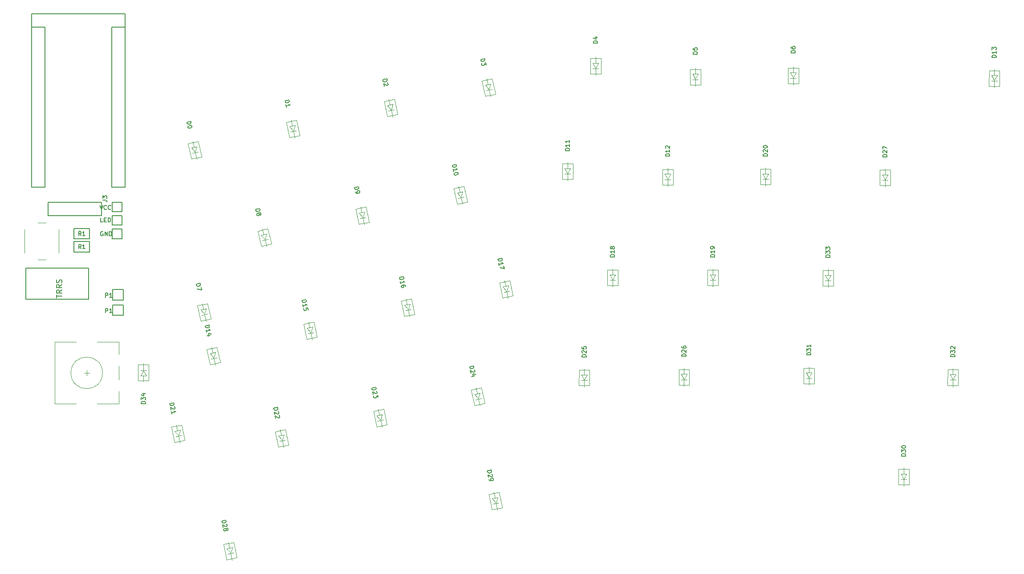
<source format=gto>
G04 #@! TF.GenerationSoftware,KiCad,Pcbnew,(5.1.6)-1*
G04 #@! TF.CreationDate,2020-08-09T18:55:19-07:00*
G04 #@! TF.ProjectId,Alipt-Keyboard-Right,416c6970-742d-44b6-9579-626f6172642d,rev?*
G04 #@! TF.SameCoordinates,Original*
G04 #@! TF.FileFunction,Legend,Top*
G04 #@! TF.FilePolarity,Positive*
%FSLAX46Y46*%
G04 Gerber Fmt 4.6, Leading zero omitted, Abs format (unit mm)*
G04 Created by KiCad (PCBNEW (5.1.6)-1) date 2020-08-09 18:55:19*
%MOMM*%
%LPD*%
G01*
G04 APERTURE LIST*
%ADD10C,0.120000*%
%ADD11C,0.150000*%
G04 APERTURE END LIST*
D10*
X53927000Y-85261500D02*
X52427000Y-85261500D01*
X49927000Y-86511500D02*
X49927000Y-91011500D01*
X52427000Y-92261500D02*
X53927000Y-92261500D01*
X56427000Y-91011500D02*
X56427000Y-86511500D01*
D11*
X66600501Y-86472501D02*
X66600501Y-88272501D01*
X68400501Y-88272501D02*
X66600501Y-88272501D01*
X68400501Y-86472501D02*
X68400501Y-88272501D01*
X66600501Y-83872501D02*
X66600501Y-85672501D01*
X68400501Y-83872501D02*
X68400501Y-85672501D01*
X68400501Y-85672501D02*
X66600501Y-85672501D01*
X66600501Y-83872501D02*
X68400501Y-83872501D01*
X66600501Y-83172501D02*
X66600501Y-81372501D01*
X68400501Y-83172501D02*
X66600501Y-83172501D01*
X68400501Y-81372501D02*
X68400501Y-83172501D01*
X66600501Y-81372501D02*
X68400501Y-81372501D01*
X66600501Y-86472501D02*
X68400501Y-86472501D01*
X62269501Y-88852502D02*
X59269501Y-88852502D01*
X59269501Y-88852502D02*
X59269501Y-90852502D01*
X59269501Y-90852502D02*
X62269501Y-90852502D01*
X62269501Y-90852502D02*
X62269501Y-88852502D01*
X59268364Y-88354517D02*
X62270644Y-88354517D01*
X59268364Y-86352997D02*
X59268364Y-88354517D01*
X62270644Y-86352997D02*
X59268364Y-86352997D01*
X62270644Y-88354517D02*
X62270644Y-86352997D01*
X64545910Y-81343501D02*
X54385910Y-81343501D01*
X64545910Y-83883501D02*
X54385910Y-83883501D01*
X54385910Y-83883501D02*
X54385910Y-81343501D01*
X64545910Y-81343501D02*
X64545910Y-83883501D01*
X50101500Y-93865500D02*
X50101500Y-99865500D01*
X50101500Y-99865500D02*
X62101500Y-99865500D01*
X62101500Y-99865500D02*
X62101500Y-93865500D01*
X62101500Y-93865500D02*
X50101500Y-93865500D01*
X68691003Y-100917500D02*
X66691003Y-100917500D01*
X66691003Y-100917500D02*
X66691003Y-102917500D01*
X66691003Y-102917500D02*
X68691003Y-102917500D01*
X68691003Y-102917500D02*
X68691003Y-100917500D01*
X68691001Y-99996492D02*
X68691001Y-97996492D01*
X66691001Y-99996492D02*
X68691001Y-99996492D01*
X66691001Y-97996492D02*
X66691001Y-99996492D01*
X68691001Y-97996492D02*
X66691001Y-97996492D01*
X69005318Y-78511505D02*
X69005318Y-48031505D01*
X66465318Y-78511505D02*
X69005318Y-78511505D01*
X66465318Y-48031505D02*
X66465318Y-78511505D01*
X69005318Y-48031505D02*
X66465318Y-48031505D01*
X53765318Y-78511505D02*
X53765318Y-48031505D01*
X51225318Y-78511505D02*
X53765318Y-78511505D01*
X51225318Y-48031505D02*
X51225318Y-78511505D01*
X53765318Y-48031505D02*
X51225318Y-48031505D01*
X69005318Y-78511505D02*
X69005318Y-45491505D01*
X51225318Y-45491505D02*
X51225318Y-78511505D01*
X69005318Y-45491505D02*
X51225318Y-45491505D01*
D10*
X61221999Y-113855499D02*
X62221999Y-113855499D01*
X61721999Y-114355499D02*
X61721999Y-113355499D01*
X64721999Y-113855499D02*
G75*
G03*
X64721999Y-113855499I-3000000J0D01*
G01*
X63721999Y-119755499D02*
X67821999Y-119755499D01*
X67821999Y-119755499D02*
X67821999Y-117355499D01*
X67821999Y-115155499D02*
X67821999Y-112555499D01*
X67821999Y-110355499D02*
X67821999Y-107955499D01*
X67821999Y-107955499D02*
X63721999Y-107955499D01*
X59721999Y-107955499D02*
X55621999Y-107955499D01*
X55621999Y-119755499D02*
X55621999Y-107955499D01*
X59721999Y-119755499D02*
X55621999Y-119755499D01*
X83549634Y-72687223D02*
X82932137Y-69782125D01*
X81595418Y-73112828D02*
X80983544Y-70186087D01*
X82930057Y-69772343D02*
X80983544Y-70186087D01*
X81898467Y-69776923D02*
X82131328Y-70872448D01*
X82617841Y-73161314D02*
X82351714Y-71909285D01*
X83551713Y-72697004D02*
X81595418Y-73112828D01*
X82328844Y-71801688D02*
X81603128Y-70984721D01*
X82336546Y-71789828D02*
X82665765Y-70789520D01*
X82659528Y-70760176D02*
X81603128Y-70984721D01*
X82877835Y-71787231D02*
X81821436Y-72011775D01*
X101546835Y-67723231D02*
X100490436Y-67947775D01*
X101328528Y-66696176D02*
X100272128Y-66920721D01*
X101005546Y-67725828D02*
X101334765Y-66725520D01*
X100997844Y-67737688D02*
X100272128Y-66920721D01*
X102220713Y-68633004D02*
X100264418Y-69048828D01*
X101286841Y-69097314D02*
X101020714Y-67845285D01*
X100567467Y-65712923D02*
X100800328Y-66808448D01*
X101599057Y-65708343D02*
X99652544Y-66122087D01*
X100264418Y-69048828D02*
X99652544Y-66122087D01*
X102218634Y-68623223D02*
X101601137Y-65718125D01*
X120152335Y-63722731D02*
X119095936Y-63947275D01*
X119934028Y-62695676D02*
X118877628Y-62920221D01*
X119611046Y-63725328D02*
X119940265Y-62725020D01*
X119603344Y-63737188D02*
X118877628Y-62920221D01*
X120826213Y-64632504D02*
X118869918Y-65048328D01*
X119892341Y-65096814D02*
X119626214Y-63844785D01*
X119172967Y-61712423D02*
X119405828Y-62807948D01*
X120204557Y-61707843D02*
X118258044Y-62121587D01*
X118869918Y-65048328D02*
X118258044Y-62121587D01*
X120824134Y-64622723D02*
X120206637Y-61717625D01*
X139429634Y-60749223D02*
X138812137Y-57844125D01*
X137475418Y-61174828D02*
X136863544Y-58248087D01*
X138810057Y-57834343D02*
X136863544Y-58248087D01*
X137778467Y-57838923D02*
X138011328Y-58934448D01*
X138497841Y-61223314D02*
X138231714Y-59971285D01*
X139431713Y-60759004D02*
X137475418Y-61174828D01*
X138208844Y-59863688D02*
X137483128Y-59046721D01*
X138216546Y-59851828D02*
X138545765Y-58851520D01*
X138539528Y-58822176D02*
X137483128Y-59046721D01*
X138757835Y-59849231D02*
X137701436Y-60073775D01*
X159026000Y-55885500D02*
X157946000Y-55885500D01*
X159026000Y-54835500D02*
X157946000Y-54835500D01*
X158496000Y-55775500D02*
X159026000Y-54865500D01*
X158486000Y-55785500D02*
X157946000Y-54835500D01*
X159496000Y-56915500D02*
X157496000Y-56915500D01*
X158486000Y-57175500D02*
X158486000Y-55895500D01*
X158486000Y-53715500D02*
X158486000Y-54835500D01*
X159496000Y-53925500D02*
X157506000Y-53925500D01*
X157496000Y-56915500D02*
X157506000Y-53925500D01*
X159496000Y-56905500D02*
X159496000Y-53935500D01*
X178482500Y-59001000D02*
X178482500Y-56031000D01*
X176482500Y-59011000D02*
X176492500Y-56021000D01*
X178482500Y-56021000D02*
X176492500Y-56021000D01*
X177472500Y-55811000D02*
X177472500Y-56931000D01*
X177472500Y-59271000D02*
X177472500Y-57991000D01*
X178482500Y-59011000D02*
X176482500Y-59011000D01*
X177472500Y-57881000D02*
X176932500Y-56931000D01*
X177482500Y-57871000D02*
X178012500Y-56961000D01*
X178012500Y-56931000D02*
X176932500Y-56931000D01*
X178012500Y-57981000D02*
X176932500Y-57981000D01*
X196618000Y-57727000D02*
X195538000Y-57727000D01*
X196618000Y-56677000D02*
X195538000Y-56677000D01*
X196088000Y-57617000D02*
X196618000Y-56707000D01*
X196078000Y-57627000D02*
X195538000Y-56677000D01*
X197088000Y-58757000D02*
X195088000Y-58757000D01*
X196078000Y-59017000D02*
X196078000Y-57737000D01*
X196078000Y-55557000D02*
X196078000Y-56677000D01*
X197088000Y-55767000D02*
X195098000Y-55767000D01*
X195088000Y-58757000D02*
X195098000Y-55767000D01*
X197088000Y-58747000D02*
X197088000Y-55777000D01*
X84655835Y-102648231D02*
X83599436Y-102872775D01*
X84437528Y-101621176D02*
X83381128Y-101845721D01*
X84114546Y-102650828D02*
X84443765Y-101650520D01*
X84106844Y-102662688D02*
X83381128Y-101845721D01*
X85329713Y-103558004D02*
X83373418Y-103973828D01*
X84395841Y-104022314D02*
X84129714Y-102770285D01*
X83676467Y-100637923D02*
X83909328Y-101733448D01*
X84708057Y-100633343D02*
X82761544Y-101047087D01*
X83373418Y-103973828D02*
X82761544Y-101047087D01*
X85327634Y-103548223D02*
X84710137Y-100643125D01*
X96860698Y-89245086D02*
X96142190Y-86363308D01*
X94922526Y-89738633D02*
X94208883Y-86835029D01*
X96139771Y-86353605D02*
X94208883Y-86835029D01*
X95108969Y-86394184D02*
X95379921Y-87480915D01*
X95946019Y-89751407D02*
X95636359Y-88509429D01*
X96863118Y-89254789D02*
X94922526Y-89738633D01*
X95609747Y-88402696D02*
X94855962Y-87611553D01*
X95617031Y-88390574D02*
X95911139Y-87379386D01*
X95903881Y-87350277D02*
X94855962Y-87611553D01*
X96157899Y-88369088D02*
X95109980Y-88630363D01*
X115426634Y-85133223D02*
X114809137Y-82228125D01*
X113472418Y-85558828D02*
X112860544Y-82632087D01*
X114807057Y-82218343D02*
X112860544Y-82632087D01*
X113775467Y-82222923D02*
X114008328Y-83318448D01*
X114494841Y-85607314D02*
X114228714Y-84355285D01*
X115428713Y-85143004D02*
X113472418Y-85558828D01*
X114205844Y-84247688D02*
X113480128Y-83430721D01*
X114213546Y-84235828D02*
X114542765Y-83235520D01*
X114536528Y-83206176D02*
X113480128Y-83430721D01*
X114754835Y-84233231D02*
X113698436Y-84457775D01*
X133423835Y-80359731D02*
X132367436Y-80584275D01*
X133205528Y-79332676D02*
X132149128Y-79557221D01*
X132882546Y-80362328D02*
X133211765Y-79362020D01*
X132874844Y-80374188D02*
X132149128Y-79557221D01*
X134097713Y-81269504D02*
X132141418Y-81685328D01*
X133163841Y-81733814D02*
X132897714Y-80481785D01*
X132444467Y-78349423D02*
X132677328Y-79444948D01*
X133476057Y-78344843D02*
X131529544Y-78758587D01*
X132141418Y-81685328D02*
X131529544Y-78758587D01*
X134095634Y-81259723D02*
X133478137Y-78354625D01*
X154162000Y-76971500D02*
X154162000Y-74001500D01*
X152162000Y-76981500D02*
X152172000Y-73991500D01*
X154162000Y-73991500D02*
X152172000Y-73991500D01*
X153152000Y-73781500D02*
X153152000Y-74901500D01*
X153152000Y-77241500D02*
X153152000Y-75961500D01*
X154162000Y-76981500D02*
X152162000Y-76981500D01*
X153152000Y-75851500D02*
X152612000Y-74901500D01*
X153162000Y-75841500D02*
X153692000Y-74931500D01*
X153692000Y-74901500D02*
X152612000Y-74901500D01*
X153692000Y-75951500D02*
X152612000Y-75951500D01*
X172742000Y-77031000D02*
X171662000Y-77031000D01*
X172742000Y-75981000D02*
X171662000Y-75981000D01*
X172212000Y-76921000D02*
X172742000Y-76011000D01*
X172202000Y-76931000D02*
X171662000Y-75981000D01*
X173212000Y-78061000D02*
X171212000Y-78061000D01*
X172202000Y-78321000D02*
X172202000Y-77041000D01*
X172202000Y-74861000D02*
X172202000Y-75981000D01*
X173212000Y-75071000D02*
X171222000Y-75071000D01*
X171212000Y-78061000D02*
X171222000Y-75071000D01*
X173212000Y-78051000D02*
X173212000Y-75081000D01*
X235315000Y-59255000D02*
X235315000Y-56285000D01*
X233315000Y-59265000D02*
X233325000Y-56275000D01*
X235315000Y-56275000D02*
X233325000Y-56275000D01*
X234305000Y-56065000D02*
X234305000Y-57185000D01*
X234305000Y-59525000D02*
X234305000Y-58245000D01*
X235315000Y-59265000D02*
X233315000Y-59265000D01*
X234305000Y-58135000D02*
X233765000Y-57185000D01*
X234315000Y-58125000D02*
X234845000Y-57215000D01*
X234845000Y-57185000D02*
X233765000Y-57185000D01*
X234845000Y-58235000D02*
X233765000Y-58235000D01*
X87105634Y-111866723D02*
X86488137Y-108961625D01*
X85151418Y-112292328D02*
X84539544Y-109365587D01*
X86486057Y-108951843D02*
X84539544Y-109365587D01*
X85454467Y-108956423D02*
X85687328Y-110051948D01*
X86173841Y-112340814D02*
X85907714Y-111088785D01*
X87107713Y-111876504D02*
X85151418Y-112292328D01*
X85884844Y-110981188D02*
X85159128Y-110164221D01*
X85892546Y-110969328D02*
X86221765Y-109969020D01*
X86215528Y-109939676D02*
X85159128Y-110164221D01*
X86433835Y-110966731D02*
X85377436Y-111191275D01*
X104848835Y-106140731D02*
X103792436Y-106365275D01*
X104630528Y-105113676D02*
X103574128Y-105338221D01*
X104307546Y-106143328D02*
X104636765Y-105143020D01*
X104299844Y-106155188D02*
X103574128Y-105338221D01*
X105522713Y-107050504D02*
X103566418Y-107466328D01*
X104588841Y-107514814D02*
X104322714Y-106262785D01*
X103869467Y-104130423D02*
X104102328Y-105225948D01*
X104901057Y-104125843D02*
X102954544Y-104539587D01*
X103566418Y-107466328D02*
X102954544Y-104539587D01*
X105520634Y-107040723D02*
X104903137Y-104135625D01*
X124062634Y-102659223D02*
X123445137Y-99754125D01*
X122108418Y-103084828D02*
X121496544Y-100158087D01*
X123443057Y-99744343D02*
X121496544Y-100158087D01*
X122411467Y-99748923D02*
X122644328Y-100844448D01*
X123130841Y-103133314D02*
X122864714Y-101881285D01*
X124064713Y-102669004D02*
X122108418Y-103084828D01*
X122841844Y-101773688D02*
X122116128Y-100956721D01*
X122849546Y-101761828D02*
X123178765Y-100761520D01*
X123172528Y-100732176D02*
X122116128Y-100956721D01*
X123390835Y-101759231D02*
X122334436Y-101983775D01*
X142123335Y-98266731D02*
X141066936Y-98491275D01*
X141905028Y-97239676D02*
X140848628Y-97464221D01*
X141582046Y-98269328D02*
X141911265Y-97269020D01*
X141574344Y-98281188D02*
X140848628Y-97464221D01*
X142797213Y-99176504D02*
X140840918Y-99592328D01*
X141863341Y-99640814D02*
X141597214Y-98388785D01*
X141143967Y-96256423D02*
X141376828Y-97351948D01*
X142175557Y-96251843D02*
X140229044Y-96665587D01*
X140840918Y-99592328D02*
X140229044Y-96665587D01*
X142795134Y-99166723D02*
X142177637Y-96261625D01*
X162264500Y-96208000D02*
X161184500Y-96208000D01*
X162264500Y-95158000D02*
X161184500Y-95158000D01*
X161734500Y-96098000D02*
X162264500Y-95188000D01*
X161724500Y-96108000D02*
X161184500Y-95158000D01*
X162734500Y-97238000D02*
X160734500Y-97238000D01*
X161724500Y-97498000D02*
X161724500Y-96218000D01*
X161724500Y-94038000D02*
X161724500Y-95158000D01*
X162734500Y-94248000D02*
X160744500Y-94248000D01*
X160734500Y-97238000D02*
X160744500Y-94248000D01*
X162734500Y-97228000D02*
X162734500Y-94258000D01*
X181784500Y-97228000D02*
X181784500Y-94258000D01*
X179784500Y-97238000D02*
X179794500Y-94248000D01*
X181784500Y-94248000D02*
X179794500Y-94248000D01*
X180774500Y-94038000D02*
X180774500Y-95158000D01*
X180774500Y-97498000D02*
X180774500Y-96218000D01*
X181784500Y-97238000D02*
X179784500Y-97238000D01*
X180774500Y-96108000D02*
X180234500Y-95158000D01*
X180784500Y-96098000D02*
X181314500Y-95188000D01*
X181314500Y-95158000D02*
X180234500Y-95158000D01*
X181314500Y-96208000D02*
X180234500Y-96208000D01*
X191347500Y-76967500D02*
X190267500Y-76967500D01*
X191347500Y-75917500D02*
X190267500Y-75917500D01*
X190817500Y-76857500D02*
X191347500Y-75947500D01*
X190807500Y-76867500D02*
X190267500Y-75917500D01*
X191817500Y-77997500D02*
X189817500Y-77997500D01*
X190807500Y-78257500D02*
X190807500Y-76977500D01*
X190807500Y-74797500D02*
X190807500Y-75917500D01*
X191817500Y-75007500D02*
X189827500Y-75007500D01*
X189817500Y-77997500D02*
X189827500Y-75007500D01*
X191817500Y-77987500D02*
X191817500Y-75017500D01*
X80374634Y-126662223D02*
X79757137Y-123757125D01*
X78420418Y-127087828D02*
X77808544Y-124161087D01*
X79755057Y-123747343D02*
X77808544Y-124161087D01*
X78723467Y-123751923D02*
X78956328Y-124847448D01*
X79442841Y-127136314D02*
X79176714Y-125884285D01*
X80376713Y-126672004D02*
X78420418Y-127087828D01*
X79153844Y-125776688D02*
X78428128Y-124959721D01*
X79161546Y-125764828D02*
X79490765Y-124764520D01*
X79484528Y-124735176D02*
X78428128Y-124959721D01*
X79702835Y-125762231D02*
X78646436Y-125986775D01*
X100123134Y-127551223D02*
X99505637Y-124646125D01*
X98168918Y-127976828D02*
X97557044Y-125050087D01*
X99503557Y-124636343D02*
X97557044Y-125050087D01*
X98471967Y-124640923D02*
X98704828Y-125736448D01*
X99191341Y-128025314D02*
X98925214Y-126773285D01*
X100125213Y-127561004D02*
X98168918Y-127976828D01*
X98902344Y-126665688D02*
X98176628Y-125848721D01*
X98910046Y-126653828D02*
X99239265Y-125653520D01*
X99233028Y-125624176D02*
X98176628Y-125848721D01*
X99451335Y-126651231D02*
X98394936Y-126875775D01*
X118120335Y-122777731D02*
X117063936Y-123002275D01*
X117902028Y-121750676D02*
X116845628Y-121975221D01*
X117579046Y-122780328D02*
X117908265Y-121780020D01*
X117571344Y-122792188D02*
X116845628Y-121975221D01*
X118794213Y-123687504D02*
X116837918Y-124103328D01*
X117860341Y-124151814D02*
X117594214Y-122899785D01*
X117140967Y-120767423D02*
X117373828Y-121862948D01*
X118172557Y-120762843D02*
X116226044Y-121176587D01*
X116837918Y-124103328D02*
X116226044Y-121176587D01*
X118792134Y-123677723D02*
X118174637Y-120772625D01*
X137397634Y-119613723D02*
X136780137Y-116708625D01*
X135443418Y-120039328D02*
X134831544Y-117112587D01*
X136778057Y-116698843D02*
X134831544Y-117112587D01*
X135746467Y-116703423D02*
X135979328Y-117798948D01*
X136465841Y-120087814D02*
X136199714Y-118835785D01*
X137399713Y-119623504D02*
X135443418Y-120039328D01*
X136176844Y-118728188D02*
X135451128Y-117911221D01*
X136184546Y-118716328D02*
X136513765Y-117716020D01*
X136507528Y-117686676D02*
X135451128Y-117911221D01*
X136725835Y-118713731D02*
X135669436Y-118938275D01*
X157337000Y-116278000D02*
X157337000Y-113308000D01*
X155337000Y-116288000D02*
X155347000Y-113298000D01*
X157337000Y-113298000D02*
X155347000Y-113298000D01*
X156327000Y-113088000D02*
X156327000Y-114208000D01*
X156327000Y-116548000D02*
X156327000Y-115268000D01*
X157337000Y-116288000D02*
X155337000Y-116288000D01*
X156327000Y-115158000D02*
X155787000Y-114208000D01*
X156337000Y-115148000D02*
X156867000Y-114238000D01*
X156867000Y-114208000D02*
X155787000Y-114208000D01*
X156867000Y-115258000D02*
X155787000Y-115258000D01*
X175853500Y-115131000D02*
X174773500Y-115131000D01*
X175853500Y-114081000D02*
X174773500Y-114081000D01*
X175323500Y-115021000D02*
X175853500Y-114111000D01*
X175313500Y-115031000D02*
X174773500Y-114081000D01*
X176323500Y-116161000D02*
X174323500Y-116161000D01*
X175313500Y-116421000D02*
X175313500Y-115141000D01*
X175313500Y-112961000D02*
X175313500Y-114081000D01*
X176323500Y-113171000D02*
X174333500Y-113171000D01*
X174323500Y-116161000D02*
X174333500Y-113171000D01*
X176323500Y-116151000D02*
X176323500Y-113181000D01*
X214550500Y-78178000D02*
X214550500Y-75208000D01*
X212550500Y-78188000D02*
X212560500Y-75198000D01*
X214550500Y-75198000D02*
X212560500Y-75198000D01*
X213540500Y-74988000D02*
X213540500Y-76108000D01*
X213540500Y-78448000D02*
X213540500Y-77168000D01*
X214550500Y-78188000D02*
X212550500Y-78188000D01*
X213540500Y-77058000D02*
X213000500Y-76108000D01*
X213550500Y-77048000D02*
X214080500Y-76138000D01*
X214080500Y-76108000D02*
X213000500Y-76108000D01*
X214080500Y-77158000D02*
X213000500Y-77158000D01*
X89608835Y-148114231D02*
X88552436Y-148338775D01*
X89390528Y-147087176D02*
X88334128Y-147311721D01*
X89067546Y-148116828D02*
X89396765Y-147116520D01*
X89059844Y-148128688D02*
X88334128Y-147311721D01*
X90282713Y-149024004D02*
X88326418Y-149439828D01*
X89348841Y-149488314D02*
X89082714Y-148236285D01*
X88629467Y-146103923D02*
X88862328Y-147199448D01*
X89661057Y-146099343D02*
X87714544Y-146513087D01*
X88326418Y-149439828D02*
X87714544Y-146513087D01*
X90280634Y-149014223D02*
X89663137Y-146109125D01*
X140091335Y-138589231D02*
X139034936Y-138813775D01*
X139873028Y-137562176D02*
X138816628Y-137786721D01*
X139550046Y-138591828D02*
X139879265Y-137591520D01*
X139542344Y-138603688D02*
X138816628Y-137786721D01*
X140765213Y-139499004D02*
X138808918Y-139914828D01*
X139831341Y-139963314D02*
X139565214Y-138711285D01*
X139111967Y-136578923D02*
X139344828Y-137674448D01*
X140143557Y-136574343D02*
X138197044Y-136988087D01*
X138808918Y-139914828D02*
X138197044Y-136988087D01*
X140763134Y-139489223D02*
X140145637Y-136584125D01*
X218106500Y-135137500D02*
X218106500Y-132167500D01*
X216106500Y-135147500D02*
X216116500Y-132157500D01*
X218106500Y-132157500D02*
X216116500Y-132157500D01*
X217096500Y-131947500D02*
X217096500Y-133067500D01*
X217096500Y-135407500D02*
X217096500Y-134127500D01*
X218106500Y-135147500D02*
X216106500Y-135147500D01*
X217096500Y-134017500D02*
X216556500Y-133067500D01*
X217106500Y-134007500D02*
X217636500Y-133097500D01*
X217636500Y-133067500D02*
X216556500Y-133067500D01*
X217636500Y-134117500D02*
X216556500Y-134117500D01*
X199602500Y-114877000D02*
X198522500Y-114877000D01*
X199602500Y-113827000D02*
X198522500Y-113827000D01*
X199072500Y-114767000D02*
X199602500Y-113857000D01*
X199062500Y-114777000D02*
X198522500Y-113827000D01*
X200072500Y-115907000D02*
X198072500Y-115907000D01*
X199062500Y-116167000D02*
X199062500Y-114887000D01*
X199062500Y-112707000D02*
X199062500Y-113827000D01*
X200072500Y-112917000D02*
X198082500Y-112917000D01*
X198072500Y-115907000D02*
X198082500Y-112917000D01*
X200072500Y-115897000D02*
X200072500Y-112927000D01*
X227441000Y-116214500D02*
X227441000Y-113244500D01*
X225441000Y-116224500D02*
X225451000Y-113234500D01*
X227441000Y-113234500D02*
X225451000Y-113234500D01*
X226431000Y-113024500D02*
X226431000Y-114144500D01*
X226431000Y-116484500D02*
X226431000Y-115204500D01*
X227441000Y-116224500D02*
X225441000Y-116224500D01*
X226431000Y-115094500D02*
X225891000Y-114144500D01*
X226441000Y-115084500D02*
X226971000Y-114174500D01*
X226971000Y-114144500D02*
X225891000Y-114144500D01*
X226971000Y-115194500D02*
X225891000Y-115194500D01*
X203222000Y-96271500D02*
X202142000Y-96271500D01*
X203222000Y-95221500D02*
X202142000Y-95221500D01*
X202692000Y-96161500D02*
X203222000Y-95251500D01*
X202682000Y-96171500D02*
X202142000Y-95221500D01*
X203692000Y-97301500D02*
X201692000Y-97301500D01*
X202682000Y-97561500D02*
X202682000Y-96281500D01*
X202682000Y-94101500D02*
X202682000Y-95221500D01*
X203692000Y-94311500D02*
X201702000Y-94311500D01*
X201692000Y-97301500D02*
X201702000Y-94311500D01*
X203692000Y-97291500D02*
X203692000Y-94321500D01*
X71987000Y-113342000D02*
X73067000Y-113342000D01*
X71987000Y-114392000D02*
X73067000Y-114392000D01*
X72517000Y-113452000D02*
X71987000Y-114362000D01*
X72527000Y-113442000D02*
X73067000Y-114392000D01*
X71517000Y-112312000D02*
X73517000Y-112312000D01*
X72527000Y-112052000D02*
X72527000Y-113332000D01*
X72527000Y-115512000D02*
X72527000Y-114392000D01*
X71517000Y-115302000D02*
X73507000Y-115302000D01*
X73517000Y-112312000D02*
X73507000Y-115302000D01*
X71517000Y-112322000D02*
X71517000Y-115292000D01*
D11*
X64233834Y-81934405D02*
X64500501Y-82734405D01*
X64767167Y-81934405D01*
X65490977Y-82658215D02*
X65452881Y-82696310D01*
X65338596Y-82734405D01*
X65262405Y-82734405D01*
X65148120Y-82696310D01*
X65071929Y-82620120D01*
X65033834Y-82543929D01*
X64995739Y-82391548D01*
X64995739Y-82277262D01*
X65033834Y-82124881D01*
X65071929Y-82048691D01*
X65148120Y-81972501D01*
X65262405Y-81934405D01*
X65338596Y-81934405D01*
X65452881Y-81972501D01*
X65490977Y-82010596D01*
X66290977Y-82658215D02*
X66252881Y-82696310D01*
X66138596Y-82734405D01*
X66062405Y-82734405D01*
X65948120Y-82696310D01*
X65871929Y-82620120D01*
X65833834Y-82543929D01*
X65795739Y-82391548D01*
X65795739Y-82277262D01*
X65833834Y-82124881D01*
X65871929Y-82048691D01*
X65948120Y-81972501D01*
X66062405Y-81934405D01*
X66138596Y-81934405D01*
X66252881Y-81972501D01*
X66290977Y-82010596D01*
X64790977Y-86972501D02*
X64714786Y-86934405D01*
X64600501Y-86934405D01*
X64486215Y-86972501D01*
X64410024Y-87048691D01*
X64371929Y-87124881D01*
X64333834Y-87277262D01*
X64333834Y-87391548D01*
X64371929Y-87543929D01*
X64410024Y-87620120D01*
X64486215Y-87696310D01*
X64600501Y-87734405D01*
X64676691Y-87734405D01*
X64790977Y-87696310D01*
X64829072Y-87658215D01*
X64829072Y-87391548D01*
X64676691Y-87391548D01*
X65171929Y-87734405D02*
X65171929Y-86934405D01*
X65629072Y-87734405D01*
X65629072Y-86934405D01*
X66010024Y-87734405D02*
X66010024Y-86934405D01*
X66200501Y-86934405D01*
X66314786Y-86972501D01*
X66390977Y-87048691D01*
X66429072Y-87124881D01*
X66467167Y-87277262D01*
X66467167Y-87391548D01*
X66429072Y-87543929D01*
X66390977Y-87620120D01*
X66314786Y-87696310D01*
X66200501Y-87734405D01*
X66010024Y-87734405D01*
X64786215Y-85134405D02*
X64405262Y-85134405D01*
X64405262Y-84334405D01*
X65052881Y-84715358D02*
X65319548Y-84715358D01*
X65433834Y-85134405D02*
X65052881Y-85134405D01*
X65052881Y-84334405D01*
X65433834Y-84334405D01*
X65776691Y-85134405D02*
X65776691Y-84334405D01*
X65967167Y-84334405D01*
X66081453Y-84372501D01*
X66157643Y-84448691D01*
X66195739Y-84524881D01*
X66233834Y-84677262D01*
X66233834Y-84791548D01*
X66195739Y-84943929D01*
X66157643Y-85020120D01*
X66081453Y-85096310D01*
X65967167Y-85134405D01*
X65776691Y-85134405D01*
X60636167Y-90214406D02*
X60369501Y-89833454D01*
X60179024Y-90214406D02*
X60179024Y-89414406D01*
X60483786Y-89414406D01*
X60559977Y-89452502D01*
X60598072Y-89490597D01*
X60636167Y-89566787D01*
X60636167Y-89681073D01*
X60598072Y-89757263D01*
X60559977Y-89795359D01*
X60483786Y-89833454D01*
X60179024Y-89833454D01*
X61398072Y-90214406D02*
X60940929Y-90214406D01*
X61169501Y-90214406D02*
X61169501Y-89414406D01*
X61093310Y-89528692D01*
X61017120Y-89604882D01*
X60940929Y-89642978D01*
X60636170Y-87715661D02*
X60369504Y-87334709D01*
X60179027Y-87715661D02*
X60179027Y-86915661D01*
X60483789Y-86915661D01*
X60559980Y-86953757D01*
X60598075Y-86991852D01*
X60636170Y-87068042D01*
X60636170Y-87182328D01*
X60598075Y-87258518D01*
X60559980Y-87296614D01*
X60483789Y-87334709D01*
X60179027Y-87334709D01*
X61398075Y-87715661D02*
X60940932Y-87715661D01*
X61169504Y-87715661D02*
X61169504Y-86915661D01*
X61093313Y-87029947D01*
X61017123Y-87106137D01*
X60940932Y-87144233D01*
X64745805Y-80954434D02*
X65326376Y-80954434D01*
X65442490Y-80993139D01*
X65519900Y-81070548D01*
X65558605Y-81186662D01*
X65558605Y-81264072D01*
X64745805Y-80644796D02*
X64745805Y-80141634D01*
X65055443Y-80412567D01*
X65055443Y-80296453D01*
X65094148Y-80219043D01*
X65132852Y-80180339D01*
X65210262Y-80141634D01*
X65403786Y-80141634D01*
X65481195Y-80180339D01*
X65519900Y-80219043D01*
X65558605Y-80296453D01*
X65558605Y-80528681D01*
X65519900Y-80606091D01*
X65481195Y-80644796D01*
X55967380Y-99551904D02*
X55967380Y-98980476D01*
X56967380Y-99266190D02*
X55967380Y-99266190D01*
X56967380Y-98075714D02*
X56491190Y-98409047D01*
X56967380Y-98647142D02*
X55967380Y-98647142D01*
X55967380Y-98266190D01*
X56015000Y-98170952D01*
X56062619Y-98123333D01*
X56157857Y-98075714D01*
X56300714Y-98075714D01*
X56395952Y-98123333D01*
X56443571Y-98170952D01*
X56491190Y-98266190D01*
X56491190Y-98647142D01*
X56967380Y-97075714D02*
X56491190Y-97409047D01*
X56967380Y-97647142D02*
X55967380Y-97647142D01*
X55967380Y-97266190D01*
X56015000Y-97170952D01*
X56062619Y-97123333D01*
X56157857Y-97075714D01*
X56300714Y-97075714D01*
X56395952Y-97123333D01*
X56443571Y-97170952D01*
X56491190Y-97266190D01*
X56491190Y-97647142D01*
X56919761Y-96694761D02*
X56967380Y-96551904D01*
X56967380Y-96313809D01*
X56919761Y-96218571D01*
X56872142Y-96170952D01*
X56776904Y-96123333D01*
X56681666Y-96123333D01*
X56586428Y-96170952D01*
X56538809Y-96218571D01*
X56491190Y-96313809D01*
X56443571Y-96504285D01*
X56395952Y-96599523D01*
X56348333Y-96647142D01*
X56253095Y-96694761D01*
X56157857Y-96694761D01*
X56062619Y-96647142D01*
X56015000Y-96599523D01*
X55967380Y-96504285D01*
X55967380Y-96266190D01*
X56015000Y-96123333D01*
X65291079Y-102385195D02*
X65291079Y-101572395D01*
X65600717Y-101572395D01*
X65678126Y-101611100D01*
X65716831Y-101649804D01*
X65755536Y-101727214D01*
X65755536Y-101843328D01*
X65716831Y-101920738D01*
X65678126Y-101959442D01*
X65600717Y-101998147D01*
X65291079Y-101998147D01*
X66529631Y-102385195D02*
X66065174Y-102385195D01*
X66297403Y-102385195D02*
X66297403Y-101572395D01*
X66219993Y-101688509D01*
X66142583Y-101765919D01*
X66065174Y-101804623D01*
X65291077Y-99464187D02*
X65291077Y-98651387D01*
X65600715Y-98651387D01*
X65678124Y-98690092D01*
X65716829Y-98728796D01*
X65755534Y-98806206D01*
X65755534Y-98922320D01*
X65716829Y-98999730D01*
X65678124Y-99038434D01*
X65600715Y-99077139D01*
X65291077Y-99077139D01*
X66529629Y-99464187D02*
X66065172Y-99464187D01*
X66297401Y-99464187D02*
X66297401Y-98651387D01*
X66219991Y-98767501D01*
X66142581Y-98844911D01*
X66065172Y-98883615D01*
X80757850Y-66103317D02*
X81540368Y-65936988D01*
X81579971Y-66123301D01*
X81566469Y-66243010D01*
X81507785Y-66333377D01*
X81441179Y-66386480D01*
X81300049Y-66455425D01*
X81188261Y-66479186D01*
X81031289Y-66473605D01*
X80948843Y-66452183D01*
X80858477Y-66393499D01*
X80797453Y-66289631D01*
X80757850Y-66103317D01*
X81738380Y-66868557D02*
X81754220Y-66943082D01*
X81732799Y-67025528D01*
X81703456Y-67070711D01*
X81636851Y-67123815D01*
X81495721Y-67192760D01*
X81309407Y-67232362D01*
X81152435Y-67226781D01*
X81069989Y-67205359D01*
X81024806Y-67176017D01*
X80971702Y-67109412D01*
X80955861Y-67034886D01*
X80977283Y-66952440D01*
X81006626Y-66907257D01*
X81073231Y-66854153D01*
X81214361Y-66785209D01*
X81400675Y-66745606D01*
X81557647Y-66751187D01*
X81640093Y-66772609D01*
X81685276Y-66801952D01*
X81738380Y-66868557D01*
X99426850Y-62039317D02*
X100209368Y-61872988D01*
X100248971Y-62059301D01*
X100235469Y-62179010D01*
X100176785Y-62269377D01*
X100110179Y-62322480D01*
X99969049Y-62391425D01*
X99857261Y-62415186D01*
X99700289Y-62409605D01*
X99617843Y-62388183D01*
X99527477Y-62329499D01*
X99466453Y-62225631D01*
X99426850Y-62039317D01*
X99680305Y-63231725D02*
X99585259Y-62784572D01*
X99632782Y-63008149D02*
X100415300Y-62841819D01*
X100287671Y-62791055D01*
X100197304Y-62732371D01*
X100144201Y-62665765D01*
X118032350Y-58038817D02*
X118814868Y-57872488D01*
X118854471Y-58058801D01*
X118840969Y-58178510D01*
X118782285Y-58268877D01*
X118715679Y-58321980D01*
X118574549Y-58390925D01*
X118462761Y-58414686D01*
X118305789Y-58409105D01*
X118223343Y-58387683D01*
X118132977Y-58328999D01*
X118071953Y-58225131D01*
X118032350Y-58038817D01*
X118898752Y-58633584D02*
X118943935Y-58662926D01*
X118997039Y-58729531D01*
X119036641Y-58915845D01*
X119015219Y-58998291D01*
X118985877Y-59043474D01*
X118919272Y-59096578D01*
X118844746Y-59112419D01*
X118725037Y-59098917D01*
X118182839Y-58746809D01*
X118285805Y-59231225D01*
X136637850Y-54165317D02*
X137420368Y-53998988D01*
X137459971Y-54185301D01*
X137446469Y-54305010D01*
X137387785Y-54395377D01*
X137321179Y-54448480D01*
X137180049Y-54517425D01*
X137068261Y-54541186D01*
X136911289Y-54535605D01*
X136828843Y-54514183D01*
X136738477Y-54455499D01*
X136677453Y-54351631D01*
X136637850Y-54165317D01*
X137570857Y-54706980D02*
X137673823Y-55191396D01*
X137320277Y-54993920D01*
X137344039Y-55105709D01*
X137322617Y-55188154D01*
X137293275Y-55233338D01*
X137226669Y-55286441D01*
X137040356Y-55326044D01*
X136957910Y-55304622D01*
X136912726Y-55275279D01*
X136859623Y-55208674D01*
X136812100Y-54985098D01*
X136833522Y-54902652D01*
X136862864Y-54857469D01*
X158857904Y-51065976D02*
X158057904Y-51065976D01*
X158057904Y-50875500D01*
X158096000Y-50761214D01*
X158172190Y-50685023D01*
X158248380Y-50646928D01*
X158400761Y-50608833D01*
X158515047Y-50608833D01*
X158667428Y-50646928D01*
X158743619Y-50685023D01*
X158819809Y-50761214D01*
X158857904Y-50875500D01*
X158857904Y-51065976D01*
X158324571Y-49923119D02*
X158857904Y-49923119D01*
X158019809Y-50113595D02*
X158591238Y-50304071D01*
X158591238Y-49808833D01*
X177844404Y-53161476D02*
X177044404Y-53161476D01*
X177044404Y-52971000D01*
X177082500Y-52856714D01*
X177158690Y-52780523D01*
X177234880Y-52742428D01*
X177387261Y-52704333D01*
X177501547Y-52704333D01*
X177653928Y-52742428D01*
X177730119Y-52780523D01*
X177806309Y-52856714D01*
X177844404Y-52971000D01*
X177844404Y-53161476D01*
X177044404Y-51980523D02*
X177044404Y-52361476D01*
X177425357Y-52399571D01*
X177387261Y-52361476D01*
X177349166Y-52285285D01*
X177349166Y-52094809D01*
X177387261Y-52018619D01*
X177425357Y-51980523D01*
X177501547Y-51942428D01*
X177692023Y-51942428D01*
X177768214Y-51980523D01*
X177806309Y-52018619D01*
X177844404Y-52094809D01*
X177844404Y-52285285D01*
X177806309Y-52361476D01*
X177768214Y-52399571D01*
X196449904Y-52907476D02*
X195649904Y-52907476D01*
X195649904Y-52717000D01*
X195688000Y-52602714D01*
X195764190Y-52526523D01*
X195840380Y-52488428D01*
X195992761Y-52450333D01*
X196107047Y-52450333D01*
X196259428Y-52488428D01*
X196335619Y-52526523D01*
X196411809Y-52602714D01*
X196449904Y-52717000D01*
X196449904Y-52907476D01*
X195649904Y-51764619D02*
X195649904Y-51917000D01*
X195688000Y-51993190D01*
X195726095Y-52031285D01*
X195840380Y-52107476D01*
X195992761Y-52145571D01*
X196297523Y-52145571D01*
X196373714Y-52107476D01*
X196411809Y-52069380D01*
X196449904Y-51993190D01*
X196449904Y-51840809D01*
X196411809Y-51764619D01*
X196373714Y-51726523D01*
X196297523Y-51688428D01*
X196107047Y-51688428D01*
X196030857Y-51726523D01*
X195992761Y-51764619D01*
X195954666Y-51840809D01*
X195954666Y-51993190D01*
X195992761Y-52069380D01*
X196030857Y-52107476D01*
X196107047Y-52145571D01*
X82535850Y-96964317D02*
X83318368Y-96797988D01*
X83357971Y-96984301D01*
X83344469Y-97104010D01*
X83285785Y-97194377D01*
X83219179Y-97247480D01*
X83078049Y-97316425D01*
X82966261Y-97340186D01*
X82809289Y-97334605D01*
X82726843Y-97313183D01*
X82636477Y-97254499D01*
X82575453Y-97150631D01*
X82535850Y-96964317D01*
X83468857Y-97505980D02*
X83579743Y-98027659D01*
X82725941Y-97858623D01*
X93840841Y-82762622D02*
X94617077Y-82569084D01*
X94663158Y-82753902D01*
X94653842Y-82874009D01*
X94598347Y-82966369D01*
X94533636Y-83021765D01*
X94394997Y-83095593D01*
X94284106Y-83123241D01*
X94127036Y-83123141D01*
X94043892Y-83104610D01*
X93951533Y-83049115D01*
X93886921Y-82947440D01*
X93840841Y-82762622D01*
X94505590Y-83539156D02*
X94524122Y-83456013D01*
X94551869Y-83409833D01*
X94616581Y-83354437D01*
X94653544Y-83345221D01*
X94736688Y-83363753D01*
X94782867Y-83391500D01*
X94838263Y-83456212D01*
X94875127Y-83604066D01*
X94856596Y-83687210D01*
X94828848Y-83733389D01*
X94764137Y-83788785D01*
X94727173Y-83798001D01*
X94644030Y-83779470D01*
X94597850Y-83751722D01*
X94542455Y-83687011D01*
X94505590Y-83539156D01*
X94450194Y-83474445D01*
X94404015Y-83446698D01*
X94320871Y-83428166D01*
X94173017Y-83465030D01*
X94108306Y-83520426D01*
X94080558Y-83566606D01*
X94062026Y-83649749D01*
X94098891Y-83797604D01*
X94154287Y-83862315D01*
X94200466Y-83890063D01*
X94283610Y-83908594D01*
X94431464Y-83871730D01*
X94496175Y-83816334D01*
X94523923Y-83770154D01*
X94542455Y-83687011D01*
X112634850Y-78549317D02*
X113417368Y-78382988D01*
X113456971Y-78569301D01*
X113443469Y-78689010D01*
X113384785Y-78779377D01*
X113318179Y-78832480D01*
X113177049Y-78901425D01*
X113065261Y-78925186D01*
X112908289Y-78919605D01*
X112825843Y-78898183D01*
X112735477Y-78839499D01*
X112674453Y-78735631D01*
X112634850Y-78549317D01*
X112809100Y-79369098D02*
X112840782Y-79518149D01*
X112893886Y-79584754D01*
X112939069Y-79614096D01*
X113066698Y-79664860D01*
X113223669Y-79670441D01*
X113521772Y-79607078D01*
X113588377Y-79553974D01*
X113617719Y-79508791D01*
X113639141Y-79426345D01*
X113607459Y-79277294D01*
X113554355Y-79210689D01*
X113509172Y-79181346D01*
X113426726Y-79159925D01*
X113240412Y-79199527D01*
X113173807Y-79252630D01*
X113144465Y-79297814D01*
X113123043Y-79380260D01*
X113154725Y-79529311D01*
X113207829Y-79595916D01*
X113253012Y-79625258D01*
X113335458Y-79646680D01*
X131224646Y-74303189D02*
X132007164Y-74136860D01*
X132046766Y-74323174D01*
X132033265Y-74442882D01*
X131974580Y-74533249D01*
X131907975Y-74586353D01*
X131766844Y-74655297D01*
X131655056Y-74679058D01*
X131498085Y-74673477D01*
X131415639Y-74652056D01*
X131325272Y-74593371D01*
X131264248Y-74489503D01*
X131224646Y-74303189D01*
X131478100Y-75495598D02*
X131383055Y-75048445D01*
X131430577Y-75272021D02*
X132213096Y-75105692D01*
X132085466Y-75054928D01*
X131995100Y-74996243D01*
X131941996Y-74929638D01*
X132363584Y-75813684D02*
X132379425Y-75888210D01*
X132358003Y-75970656D01*
X132328661Y-76015839D01*
X132262056Y-76068943D01*
X132120925Y-76137887D01*
X131934611Y-76177489D01*
X131777640Y-76171908D01*
X131695194Y-76150487D01*
X131650010Y-76121144D01*
X131596907Y-76054539D01*
X131581066Y-75980014D01*
X131602488Y-75897568D01*
X131631830Y-75852384D01*
X131698435Y-75799281D01*
X131839566Y-75730336D01*
X132025880Y-75690734D01*
X132182851Y-75696315D01*
X132265297Y-75717737D01*
X132310480Y-75747079D01*
X132363584Y-75813684D01*
X153523904Y-71512928D02*
X152723904Y-71512928D01*
X152723904Y-71322452D01*
X152762000Y-71208166D01*
X152838190Y-71131976D01*
X152914380Y-71093880D01*
X153066761Y-71055785D01*
X153181047Y-71055785D01*
X153333428Y-71093880D01*
X153409619Y-71131976D01*
X153485809Y-71208166D01*
X153523904Y-71322452D01*
X153523904Y-71512928D01*
X153523904Y-70293880D02*
X153523904Y-70751023D01*
X153523904Y-70522452D02*
X152723904Y-70522452D01*
X152838190Y-70598642D01*
X152914380Y-70674833D01*
X152952476Y-70751023D01*
X153523904Y-69531976D02*
X153523904Y-69989119D01*
X153523904Y-69760547D02*
X152723904Y-69760547D01*
X152838190Y-69836738D01*
X152914380Y-69912928D01*
X152952476Y-69989119D01*
X172573904Y-72592428D02*
X171773904Y-72592428D01*
X171773904Y-72401952D01*
X171812000Y-72287666D01*
X171888190Y-72211476D01*
X171964380Y-72173380D01*
X172116761Y-72135285D01*
X172231047Y-72135285D01*
X172383428Y-72173380D01*
X172459619Y-72211476D01*
X172535809Y-72287666D01*
X172573904Y-72401952D01*
X172573904Y-72592428D01*
X172573904Y-71373380D02*
X172573904Y-71830523D01*
X172573904Y-71601952D02*
X171773904Y-71601952D01*
X171888190Y-71678142D01*
X171964380Y-71754333D01*
X172002476Y-71830523D01*
X171850095Y-71068619D02*
X171812000Y-71030523D01*
X171773904Y-70954333D01*
X171773904Y-70763857D01*
X171812000Y-70687666D01*
X171850095Y-70649571D01*
X171926285Y-70611476D01*
X172002476Y-70611476D01*
X172116761Y-70649571D01*
X172573904Y-71106714D01*
X172573904Y-70611476D01*
X234676904Y-53796428D02*
X233876904Y-53796428D01*
X233876904Y-53605952D01*
X233915000Y-53491666D01*
X233991190Y-53415476D01*
X234067380Y-53377380D01*
X234219761Y-53339285D01*
X234334047Y-53339285D01*
X234486428Y-53377380D01*
X234562619Y-53415476D01*
X234638809Y-53491666D01*
X234676904Y-53605952D01*
X234676904Y-53796428D01*
X234676904Y-52577380D02*
X234676904Y-53034523D01*
X234676904Y-52805952D02*
X233876904Y-52805952D01*
X233991190Y-52882142D01*
X234067380Y-52958333D01*
X234105476Y-53034523D01*
X233876904Y-52310714D02*
X233876904Y-51815476D01*
X234181666Y-52082142D01*
X234181666Y-51967857D01*
X234219761Y-51891666D01*
X234257857Y-51853571D01*
X234334047Y-51815476D01*
X234524523Y-51815476D01*
X234600714Y-51853571D01*
X234638809Y-51891666D01*
X234676904Y-51967857D01*
X234676904Y-52196428D01*
X234638809Y-52272619D01*
X234600714Y-52310714D01*
X84234646Y-104910189D02*
X85017164Y-104743860D01*
X85056766Y-104930174D01*
X85043265Y-105049882D01*
X84984580Y-105140249D01*
X84917975Y-105193353D01*
X84776844Y-105262297D01*
X84665056Y-105286058D01*
X84508085Y-105280477D01*
X84425639Y-105259056D01*
X84335272Y-105200371D01*
X84274248Y-105096503D01*
X84234646Y-104910189D01*
X84488100Y-106102598D02*
X84393055Y-105655445D01*
X84440577Y-105879021D02*
X85223096Y-105712692D01*
X85095466Y-105661928D01*
X85005100Y-105603243D01*
X84951996Y-105536638D01*
X85152347Y-106662441D02*
X84630668Y-106773327D01*
X85410847Y-106412764D02*
X84812303Y-106345257D01*
X84915269Y-106829673D01*
X102649646Y-100084189D02*
X103432164Y-99917860D01*
X103471766Y-100104174D01*
X103458265Y-100223882D01*
X103399580Y-100314249D01*
X103332975Y-100367353D01*
X103191844Y-100436297D01*
X103080056Y-100460058D01*
X102923085Y-100454477D01*
X102840639Y-100433056D01*
X102750272Y-100374371D01*
X102689248Y-100270503D01*
X102649646Y-100084189D01*
X102903100Y-101276598D02*
X102808055Y-100829445D01*
X102855577Y-101053021D02*
X103638096Y-100886692D01*
X103510466Y-100835928D01*
X103420100Y-100777243D01*
X103366996Y-100710638D01*
X103836107Y-101818261D02*
X103756902Y-101445633D01*
X103376354Y-101487575D01*
X103421537Y-101516917D01*
X103474641Y-101583522D01*
X103514243Y-101769836D01*
X103492821Y-101852282D01*
X103463479Y-101897465D01*
X103396874Y-101950569D01*
X103210560Y-101990171D01*
X103128114Y-101968749D01*
X103082931Y-101939407D01*
X103029827Y-101872802D01*
X102990225Y-101686488D01*
X103011647Y-101604042D01*
X103040989Y-101558859D01*
X121191646Y-95702689D02*
X121974164Y-95536360D01*
X122013766Y-95722674D01*
X122000265Y-95842382D01*
X121941580Y-95932749D01*
X121874975Y-95985853D01*
X121733844Y-96054797D01*
X121622056Y-96078558D01*
X121465085Y-96072977D01*
X121382639Y-96051556D01*
X121292272Y-95992871D01*
X121231248Y-95889003D01*
X121191646Y-95702689D01*
X121445100Y-96895098D02*
X121350055Y-96447945D01*
X121397577Y-96671521D02*
X122180096Y-96505192D01*
X122052466Y-96454428D01*
X121962100Y-96395743D01*
X121908996Y-96329138D01*
X122370186Y-97399498D02*
X122338504Y-97250447D01*
X122285401Y-97183842D01*
X122240218Y-97154500D01*
X122112588Y-97103735D01*
X121955617Y-97098154D01*
X121657515Y-97161518D01*
X121590910Y-97214622D01*
X121561567Y-97259805D01*
X121540145Y-97342251D01*
X121571827Y-97491302D01*
X121624931Y-97557907D01*
X121670114Y-97587249D01*
X121752560Y-97608671D01*
X121938874Y-97569069D01*
X122005479Y-97515965D01*
X122034821Y-97470782D01*
X122056243Y-97388336D01*
X122024561Y-97239285D01*
X121971458Y-97172680D01*
X121926275Y-97143338D01*
X121843829Y-97121916D01*
X139924146Y-92210189D02*
X140706664Y-92043860D01*
X140746266Y-92230174D01*
X140732765Y-92349882D01*
X140674080Y-92440249D01*
X140607475Y-92493353D01*
X140466344Y-92562297D01*
X140354556Y-92586058D01*
X140197585Y-92580477D01*
X140115139Y-92559056D01*
X140024772Y-92500371D01*
X139963748Y-92396503D01*
X139924146Y-92210189D01*
X140177600Y-93402598D02*
X140082555Y-92955445D01*
X140130077Y-93179021D02*
X140912596Y-93012692D01*
X140784966Y-92961928D01*
X140694600Y-92903243D01*
X140641496Y-92836638D01*
X141015561Y-93497108D02*
X141126448Y-94018786D01*
X140272645Y-93849751D01*
X162096404Y-91769428D02*
X161296404Y-91769428D01*
X161296404Y-91578952D01*
X161334500Y-91464666D01*
X161410690Y-91388476D01*
X161486880Y-91350380D01*
X161639261Y-91312285D01*
X161753547Y-91312285D01*
X161905928Y-91350380D01*
X161982119Y-91388476D01*
X162058309Y-91464666D01*
X162096404Y-91578952D01*
X162096404Y-91769428D01*
X162096404Y-90550380D02*
X162096404Y-91007523D01*
X162096404Y-90778952D02*
X161296404Y-90778952D01*
X161410690Y-90855142D01*
X161486880Y-90931333D01*
X161524976Y-91007523D01*
X161639261Y-90093238D02*
X161601166Y-90169428D01*
X161563071Y-90207523D01*
X161486880Y-90245619D01*
X161448785Y-90245619D01*
X161372595Y-90207523D01*
X161334500Y-90169428D01*
X161296404Y-90093238D01*
X161296404Y-89940857D01*
X161334500Y-89864666D01*
X161372595Y-89826571D01*
X161448785Y-89788476D01*
X161486880Y-89788476D01*
X161563071Y-89826571D01*
X161601166Y-89864666D01*
X161639261Y-89940857D01*
X161639261Y-90093238D01*
X161677357Y-90169428D01*
X161715452Y-90207523D01*
X161791642Y-90245619D01*
X161944023Y-90245619D01*
X162020214Y-90207523D01*
X162058309Y-90169428D01*
X162096404Y-90093238D01*
X162096404Y-89940857D01*
X162058309Y-89864666D01*
X162020214Y-89826571D01*
X161944023Y-89788476D01*
X161791642Y-89788476D01*
X161715452Y-89826571D01*
X161677357Y-89864666D01*
X161639261Y-89940857D01*
X181146404Y-91769428D02*
X180346404Y-91769428D01*
X180346404Y-91578952D01*
X180384500Y-91464666D01*
X180460690Y-91388476D01*
X180536880Y-91350380D01*
X180689261Y-91312285D01*
X180803547Y-91312285D01*
X180955928Y-91350380D01*
X181032119Y-91388476D01*
X181108309Y-91464666D01*
X181146404Y-91578952D01*
X181146404Y-91769428D01*
X181146404Y-90550380D02*
X181146404Y-91007523D01*
X181146404Y-90778952D02*
X180346404Y-90778952D01*
X180460690Y-90855142D01*
X180536880Y-90931333D01*
X180574976Y-91007523D01*
X181146404Y-90169428D02*
X181146404Y-90017047D01*
X181108309Y-89940857D01*
X181070214Y-89902761D01*
X180955928Y-89826571D01*
X180803547Y-89788476D01*
X180498785Y-89788476D01*
X180422595Y-89826571D01*
X180384500Y-89864666D01*
X180346404Y-89940857D01*
X180346404Y-90093238D01*
X180384500Y-90169428D01*
X180422595Y-90207523D01*
X180498785Y-90245619D01*
X180689261Y-90245619D01*
X180765452Y-90207523D01*
X180803547Y-90169428D01*
X180841642Y-90093238D01*
X180841642Y-89940857D01*
X180803547Y-89864666D01*
X180765452Y-89826571D01*
X180689261Y-89788476D01*
X191179404Y-72528928D02*
X190379404Y-72528928D01*
X190379404Y-72338452D01*
X190417500Y-72224166D01*
X190493690Y-72147976D01*
X190569880Y-72109880D01*
X190722261Y-72071785D01*
X190836547Y-72071785D01*
X190988928Y-72109880D01*
X191065119Y-72147976D01*
X191141309Y-72224166D01*
X191179404Y-72338452D01*
X191179404Y-72528928D01*
X190455595Y-71767023D02*
X190417500Y-71728928D01*
X190379404Y-71652738D01*
X190379404Y-71462261D01*
X190417500Y-71386071D01*
X190455595Y-71347976D01*
X190531785Y-71309880D01*
X190607976Y-71309880D01*
X190722261Y-71347976D01*
X191179404Y-71805119D01*
X191179404Y-71309880D01*
X190379404Y-70814642D02*
X190379404Y-70738452D01*
X190417500Y-70662261D01*
X190455595Y-70624166D01*
X190531785Y-70586071D01*
X190684166Y-70547976D01*
X190874642Y-70547976D01*
X191027023Y-70586071D01*
X191103214Y-70624166D01*
X191141309Y-70662261D01*
X191179404Y-70738452D01*
X191179404Y-70814642D01*
X191141309Y-70890833D01*
X191103214Y-70928928D01*
X191027023Y-70967023D01*
X190874642Y-71005119D01*
X190684166Y-71005119D01*
X190531785Y-70967023D01*
X190455595Y-70928928D01*
X190417500Y-70890833D01*
X190379404Y-70814642D01*
X77503646Y-119705689D02*
X78286164Y-119539360D01*
X78325766Y-119725674D01*
X78312265Y-119845382D01*
X78253580Y-119935749D01*
X78186975Y-119988853D01*
X78045844Y-120057797D01*
X77934056Y-120081558D01*
X77777085Y-120075977D01*
X77694639Y-120054556D01*
X77604272Y-119995871D01*
X77543248Y-119892003D01*
X77503646Y-119705689D01*
X78370047Y-120300456D02*
X78415231Y-120329798D01*
X78468334Y-120396403D01*
X78507936Y-120582717D01*
X78486515Y-120665163D01*
X78457172Y-120710346D01*
X78390567Y-120763450D01*
X78316042Y-120779291D01*
X78196333Y-120765790D01*
X77654134Y-120413682D01*
X77757100Y-120898098D01*
X77915509Y-121643353D02*
X77820464Y-121196200D01*
X77867986Y-121419776D02*
X78650504Y-121253447D01*
X78522875Y-121202683D01*
X78432509Y-121143998D01*
X78379405Y-121077393D01*
X97252146Y-120594689D02*
X98034664Y-120428360D01*
X98074266Y-120614674D01*
X98060765Y-120734382D01*
X98002080Y-120824749D01*
X97935475Y-120877853D01*
X97794344Y-120946797D01*
X97682556Y-120970558D01*
X97525585Y-120964977D01*
X97443139Y-120943556D01*
X97352772Y-120884871D01*
X97291748Y-120781003D01*
X97252146Y-120594689D01*
X98118547Y-121189456D02*
X98163731Y-121218798D01*
X98216834Y-121285403D01*
X98256436Y-121471717D01*
X98235015Y-121554163D01*
X98205672Y-121599346D01*
X98139067Y-121652450D01*
X98064542Y-121668291D01*
X97944833Y-121654790D01*
X97402634Y-121302682D01*
X97505600Y-121787098D01*
X98276956Y-121934711D02*
X98322139Y-121964054D01*
X98375243Y-122030659D01*
X98414845Y-122216973D01*
X98393423Y-122299419D01*
X98364081Y-122344602D01*
X98297476Y-122397705D01*
X98222951Y-122413546D01*
X98103242Y-122400045D01*
X97561043Y-122047937D01*
X97664009Y-122532353D01*
X115921146Y-116721189D02*
X116703664Y-116554860D01*
X116743266Y-116741174D01*
X116729765Y-116860882D01*
X116671080Y-116951249D01*
X116604475Y-117004353D01*
X116463344Y-117073297D01*
X116351556Y-117097058D01*
X116194585Y-117091477D01*
X116112139Y-117070056D01*
X116021772Y-117011371D01*
X115960748Y-116907503D01*
X115921146Y-116721189D01*
X116787547Y-117315956D02*
X116832731Y-117345298D01*
X116885834Y-117411903D01*
X116925436Y-117598217D01*
X116904015Y-117680663D01*
X116874672Y-117725846D01*
X116808067Y-117778950D01*
X116733542Y-117794791D01*
X116613833Y-117781290D01*
X116071634Y-117429182D01*
X116174600Y-117913598D01*
X117012561Y-118008108D02*
X117115527Y-118492524D01*
X116761982Y-118295048D01*
X116785743Y-118406836D01*
X116764321Y-118489282D01*
X116734979Y-118534465D01*
X116668374Y-118587569D01*
X116482060Y-118627171D01*
X116399614Y-118605749D01*
X116354431Y-118576407D01*
X116301327Y-118509802D01*
X116253805Y-118286225D01*
X116275226Y-118203779D01*
X116304569Y-118158596D01*
X134526646Y-112657189D02*
X135309164Y-112490860D01*
X135348766Y-112677174D01*
X135335265Y-112796882D01*
X135276580Y-112887249D01*
X135209975Y-112940353D01*
X135068844Y-113009297D01*
X134957056Y-113033058D01*
X134800085Y-113027477D01*
X134717639Y-113006056D01*
X134627272Y-112947371D01*
X134566248Y-112843503D01*
X134526646Y-112657189D01*
X135393047Y-113251956D02*
X135438231Y-113281298D01*
X135491334Y-113347903D01*
X135530936Y-113534217D01*
X135509515Y-113616663D01*
X135480172Y-113661846D01*
X135413567Y-113714950D01*
X135339042Y-113730791D01*
X135219333Y-113717290D01*
X134677134Y-113365182D01*
X134780100Y-113849598D01*
X135444347Y-114409441D02*
X134922668Y-114520327D01*
X135702847Y-114159764D02*
X135104303Y-114092257D01*
X135207269Y-114576673D01*
X156698904Y-110819428D02*
X155898904Y-110819428D01*
X155898904Y-110628952D01*
X155937000Y-110514666D01*
X156013190Y-110438476D01*
X156089380Y-110400380D01*
X156241761Y-110362285D01*
X156356047Y-110362285D01*
X156508428Y-110400380D01*
X156584619Y-110438476D01*
X156660809Y-110514666D01*
X156698904Y-110628952D01*
X156698904Y-110819428D01*
X155975095Y-110057523D02*
X155937000Y-110019428D01*
X155898904Y-109943238D01*
X155898904Y-109752761D01*
X155937000Y-109676571D01*
X155975095Y-109638476D01*
X156051285Y-109600380D01*
X156127476Y-109600380D01*
X156241761Y-109638476D01*
X156698904Y-110095619D01*
X156698904Y-109600380D01*
X155898904Y-108876571D02*
X155898904Y-109257523D01*
X156279857Y-109295619D01*
X156241761Y-109257523D01*
X156203666Y-109181333D01*
X156203666Y-108990857D01*
X156241761Y-108914666D01*
X156279857Y-108876571D01*
X156356047Y-108838476D01*
X156546523Y-108838476D01*
X156622714Y-108876571D01*
X156660809Y-108914666D01*
X156698904Y-108990857D01*
X156698904Y-109181333D01*
X156660809Y-109257523D01*
X156622714Y-109295619D01*
X175685404Y-110692428D02*
X174885404Y-110692428D01*
X174885404Y-110501952D01*
X174923500Y-110387666D01*
X174999690Y-110311476D01*
X175075880Y-110273380D01*
X175228261Y-110235285D01*
X175342547Y-110235285D01*
X175494928Y-110273380D01*
X175571119Y-110311476D01*
X175647309Y-110387666D01*
X175685404Y-110501952D01*
X175685404Y-110692428D01*
X174961595Y-109930523D02*
X174923500Y-109892428D01*
X174885404Y-109816238D01*
X174885404Y-109625761D01*
X174923500Y-109549571D01*
X174961595Y-109511476D01*
X175037785Y-109473380D01*
X175113976Y-109473380D01*
X175228261Y-109511476D01*
X175685404Y-109968619D01*
X175685404Y-109473380D01*
X174885404Y-108787666D02*
X174885404Y-108940047D01*
X174923500Y-109016238D01*
X174961595Y-109054333D01*
X175075880Y-109130523D01*
X175228261Y-109168619D01*
X175533023Y-109168619D01*
X175609214Y-109130523D01*
X175647309Y-109092428D01*
X175685404Y-109016238D01*
X175685404Y-108863857D01*
X175647309Y-108787666D01*
X175609214Y-108749571D01*
X175533023Y-108711476D01*
X175342547Y-108711476D01*
X175266357Y-108749571D01*
X175228261Y-108787666D01*
X175190166Y-108863857D01*
X175190166Y-109016238D01*
X175228261Y-109092428D01*
X175266357Y-109130523D01*
X175342547Y-109168619D01*
X213912404Y-72719428D02*
X213112404Y-72719428D01*
X213112404Y-72528952D01*
X213150500Y-72414666D01*
X213226690Y-72338476D01*
X213302880Y-72300380D01*
X213455261Y-72262285D01*
X213569547Y-72262285D01*
X213721928Y-72300380D01*
X213798119Y-72338476D01*
X213874309Y-72414666D01*
X213912404Y-72528952D01*
X213912404Y-72719428D01*
X213188595Y-71957523D02*
X213150500Y-71919428D01*
X213112404Y-71843238D01*
X213112404Y-71652761D01*
X213150500Y-71576571D01*
X213188595Y-71538476D01*
X213264785Y-71500380D01*
X213340976Y-71500380D01*
X213455261Y-71538476D01*
X213912404Y-71995619D01*
X213912404Y-71500380D01*
X213112404Y-71233714D02*
X213112404Y-70700380D01*
X213912404Y-71043238D01*
X87409646Y-142057689D02*
X88192164Y-141891360D01*
X88231766Y-142077674D01*
X88218265Y-142197382D01*
X88159580Y-142287749D01*
X88092975Y-142340853D01*
X87951844Y-142409797D01*
X87840056Y-142433558D01*
X87683085Y-142427977D01*
X87600639Y-142406556D01*
X87510272Y-142347871D01*
X87449248Y-142244003D01*
X87409646Y-142057689D01*
X88276047Y-142652456D02*
X88321231Y-142681798D01*
X88374334Y-142748403D01*
X88413936Y-142934717D01*
X88392515Y-143017163D01*
X88363172Y-143062346D01*
X88296567Y-143115450D01*
X88222042Y-143131291D01*
X88102333Y-143117790D01*
X87560134Y-142765682D01*
X87663100Y-143250098D01*
X88205299Y-143602206D02*
X88226721Y-143519760D01*
X88256063Y-143474576D01*
X88322668Y-143421473D01*
X88359931Y-143413552D01*
X88442377Y-143434974D01*
X88487560Y-143464316D01*
X88540664Y-143530922D01*
X88572345Y-143679973D01*
X88550923Y-143762419D01*
X88521581Y-143807602D01*
X88454976Y-143860705D01*
X88417713Y-143868626D01*
X88335267Y-143847204D01*
X88290084Y-143817862D01*
X88236980Y-143751257D01*
X88205299Y-143602206D01*
X88152195Y-143535600D01*
X88107012Y-143506258D01*
X88024566Y-143484836D01*
X87875515Y-143516518D01*
X87808910Y-143569622D01*
X87779567Y-143614805D01*
X87758145Y-143697251D01*
X87789827Y-143846302D01*
X87842931Y-143912907D01*
X87888114Y-143942249D01*
X87970560Y-143963671D01*
X88119611Y-143931989D01*
X88186216Y-143878886D01*
X88215559Y-143833703D01*
X88236980Y-143751257D01*
X137892146Y-132532689D02*
X138674664Y-132366360D01*
X138714266Y-132552674D01*
X138700765Y-132672382D01*
X138642080Y-132762749D01*
X138575475Y-132815853D01*
X138434344Y-132884797D01*
X138322556Y-132908558D01*
X138165585Y-132902977D01*
X138083139Y-132881556D01*
X137992772Y-132822871D01*
X137931748Y-132719003D01*
X137892146Y-132532689D01*
X138758547Y-133127456D02*
X138803731Y-133156798D01*
X138856834Y-133223403D01*
X138896436Y-133409717D01*
X138875015Y-133492163D01*
X138845672Y-133537346D01*
X138779067Y-133590450D01*
X138704542Y-133606291D01*
X138584833Y-133592790D01*
X138042634Y-133240682D01*
X138145600Y-133725098D01*
X138224805Y-134097725D02*
X138256486Y-134246776D01*
X138309590Y-134313382D01*
X138354773Y-134342724D01*
X138482402Y-134393488D01*
X138639374Y-134399069D01*
X138937476Y-134335705D01*
X139004081Y-134282602D01*
X139033423Y-134237419D01*
X139054845Y-134154973D01*
X139023164Y-134005922D01*
X138970060Y-133939316D01*
X138924877Y-133909974D01*
X138842431Y-133888552D01*
X138656117Y-133928154D01*
X138589512Y-133981258D01*
X138560169Y-134026441D01*
X138538748Y-134108887D01*
X138570429Y-134257938D01*
X138623533Y-134324543D01*
X138668716Y-134353886D01*
X138751162Y-134375308D01*
X217468404Y-129678928D02*
X216668404Y-129678928D01*
X216668404Y-129488452D01*
X216706500Y-129374166D01*
X216782690Y-129297976D01*
X216858880Y-129259880D01*
X217011261Y-129221785D01*
X217125547Y-129221785D01*
X217277928Y-129259880D01*
X217354119Y-129297976D01*
X217430309Y-129374166D01*
X217468404Y-129488452D01*
X217468404Y-129678928D01*
X216668404Y-128955119D02*
X216668404Y-128459880D01*
X216973166Y-128726547D01*
X216973166Y-128612261D01*
X217011261Y-128536071D01*
X217049357Y-128497976D01*
X217125547Y-128459880D01*
X217316023Y-128459880D01*
X217392214Y-128497976D01*
X217430309Y-128536071D01*
X217468404Y-128612261D01*
X217468404Y-128840833D01*
X217430309Y-128917023D01*
X217392214Y-128955119D01*
X216668404Y-127964642D02*
X216668404Y-127888452D01*
X216706500Y-127812261D01*
X216744595Y-127774166D01*
X216820785Y-127736071D01*
X216973166Y-127697976D01*
X217163642Y-127697976D01*
X217316023Y-127736071D01*
X217392214Y-127774166D01*
X217430309Y-127812261D01*
X217468404Y-127888452D01*
X217468404Y-127964642D01*
X217430309Y-128040833D01*
X217392214Y-128078928D01*
X217316023Y-128117023D01*
X217163642Y-128155119D01*
X216973166Y-128155119D01*
X216820785Y-128117023D01*
X216744595Y-128078928D01*
X216706500Y-128040833D01*
X216668404Y-127964642D01*
X199434404Y-110438428D02*
X198634404Y-110438428D01*
X198634404Y-110247952D01*
X198672500Y-110133666D01*
X198748690Y-110057476D01*
X198824880Y-110019380D01*
X198977261Y-109981285D01*
X199091547Y-109981285D01*
X199243928Y-110019380D01*
X199320119Y-110057476D01*
X199396309Y-110133666D01*
X199434404Y-110247952D01*
X199434404Y-110438428D01*
X198634404Y-109714619D02*
X198634404Y-109219380D01*
X198939166Y-109486047D01*
X198939166Y-109371761D01*
X198977261Y-109295571D01*
X199015357Y-109257476D01*
X199091547Y-109219380D01*
X199282023Y-109219380D01*
X199358214Y-109257476D01*
X199396309Y-109295571D01*
X199434404Y-109371761D01*
X199434404Y-109600333D01*
X199396309Y-109676523D01*
X199358214Y-109714619D01*
X199434404Y-108457476D02*
X199434404Y-108914619D01*
X199434404Y-108686047D02*
X198634404Y-108686047D01*
X198748690Y-108762238D01*
X198824880Y-108838428D01*
X198862976Y-108914619D01*
X226802904Y-110755928D02*
X226002904Y-110755928D01*
X226002904Y-110565452D01*
X226041000Y-110451166D01*
X226117190Y-110374976D01*
X226193380Y-110336880D01*
X226345761Y-110298785D01*
X226460047Y-110298785D01*
X226612428Y-110336880D01*
X226688619Y-110374976D01*
X226764809Y-110451166D01*
X226802904Y-110565452D01*
X226802904Y-110755928D01*
X226002904Y-110032119D02*
X226002904Y-109536880D01*
X226307666Y-109803547D01*
X226307666Y-109689261D01*
X226345761Y-109613071D01*
X226383857Y-109574976D01*
X226460047Y-109536880D01*
X226650523Y-109536880D01*
X226726714Y-109574976D01*
X226764809Y-109613071D01*
X226802904Y-109689261D01*
X226802904Y-109917833D01*
X226764809Y-109994023D01*
X226726714Y-110032119D01*
X226079095Y-109232119D02*
X226041000Y-109194023D01*
X226002904Y-109117833D01*
X226002904Y-108927357D01*
X226041000Y-108851166D01*
X226079095Y-108813071D01*
X226155285Y-108774976D01*
X226231476Y-108774976D01*
X226345761Y-108813071D01*
X226802904Y-109270214D01*
X226802904Y-108774976D01*
X203053904Y-91832928D02*
X202253904Y-91832928D01*
X202253904Y-91642452D01*
X202292000Y-91528166D01*
X202368190Y-91451976D01*
X202444380Y-91413880D01*
X202596761Y-91375785D01*
X202711047Y-91375785D01*
X202863428Y-91413880D01*
X202939619Y-91451976D01*
X203015809Y-91528166D01*
X203053904Y-91642452D01*
X203053904Y-91832928D01*
X202253904Y-91109119D02*
X202253904Y-90613880D01*
X202558666Y-90880547D01*
X202558666Y-90766261D01*
X202596761Y-90690071D01*
X202634857Y-90651976D01*
X202711047Y-90613880D01*
X202901523Y-90613880D01*
X202977714Y-90651976D01*
X203015809Y-90690071D01*
X203053904Y-90766261D01*
X203053904Y-90994833D01*
X203015809Y-91071023D01*
X202977714Y-91109119D01*
X202253904Y-90347214D02*
X202253904Y-89851976D01*
X202558666Y-90118642D01*
X202558666Y-90004357D01*
X202596761Y-89928166D01*
X202634857Y-89890071D01*
X202711047Y-89851976D01*
X202901523Y-89851976D01*
X202977714Y-89890071D01*
X203015809Y-89928166D01*
X203053904Y-90004357D01*
X203053904Y-90232928D01*
X203015809Y-90309119D01*
X202977714Y-90347214D01*
X72878904Y-119723428D02*
X72078904Y-119723428D01*
X72078904Y-119532952D01*
X72117000Y-119418666D01*
X72193190Y-119342476D01*
X72269380Y-119304380D01*
X72421761Y-119266285D01*
X72536047Y-119266285D01*
X72688428Y-119304380D01*
X72764619Y-119342476D01*
X72840809Y-119418666D01*
X72878904Y-119532952D01*
X72878904Y-119723428D01*
X72078904Y-118999619D02*
X72078904Y-118504380D01*
X72383666Y-118771047D01*
X72383666Y-118656761D01*
X72421761Y-118580571D01*
X72459857Y-118542476D01*
X72536047Y-118504380D01*
X72726523Y-118504380D01*
X72802714Y-118542476D01*
X72840809Y-118580571D01*
X72878904Y-118656761D01*
X72878904Y-118885333D01*
X72840809Y-118961523D01*
X72802714Y-118999619D01*
X72345571Y-117818666D02*
X72878904Y-117818666D01*
X72040809Y-118009142D02*
X72612238Y-118199619D01*
X72612238Y-117704380D01*
M02*

</source>
